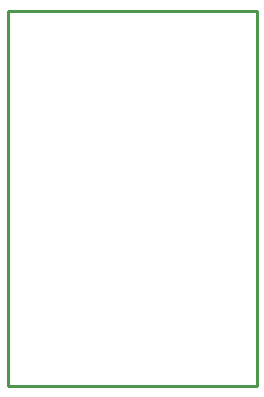
<source format=gko>
G04*
G04 #@! TF.GenerationSoftware,Altium Limited,Altium Designer,22.9.1 (49)*
G04*
G04 Layer_Color=16711935*
%FSLAX44Y44*%
%MOMM*%
G71*
G04*
G04 #@! TF.SameCoordinates,E5F82799-094A-4641-A06E-9C292172CD6F*
G04*
G04*
G04 #@! TF.FilePolarity,Positive*
G04*
G01*
G75*
%ADD15C,0.2540*%
D15*
X0Y0D02*
Y317500D01*
X210820D01*
Y0D02*
Y317500D01*
X0Y0D02*
X210820D01*
M02*

</source>
